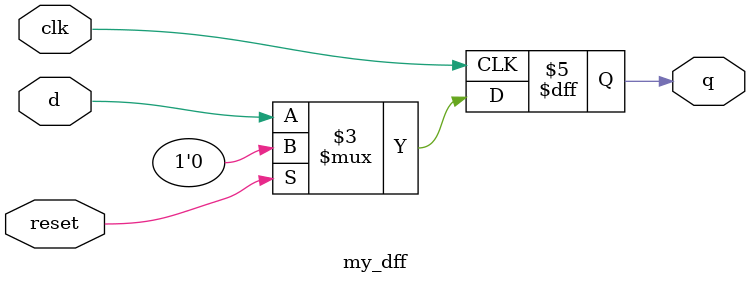
<source format=v>
module top_module (
  input clk,
  input reset, // Synchronous active-high reset
  input [7:0] d, // 8-bit input for the shift registers
  input select, // Select input to choose between the original and modified input value
  output reg [3:0] q // 4-bit output from the XOR operation module
);

  // Shift and OR operation module
  reg [7:0] shifted_value;
  always @ (posedge clk) begin
    if (reset) begin
      shifted_value <= 0;
    end else begin
      shifted_value <= {d[1:0], 4'b0} | 4'b1100;
    end
  end

  // 2-to-1 MUX module
  reg [7:0] mux_output;
  always @ (*) begin
    if (select) begin
      mux_output = shifted_value;
    end else begin
      mux_output = d;
    end
  end

  // Shift register module
  wire [3:0] shift_reg1_out;
  wire [3:0] shift_reg2_out;
  my_dff dff1 (.clk(clk), .reset(reset), .d(mux_output[3]), .q(shift_reg1_out[0]));
  my_dff dff2 (.clk(clk), .reset(reset), .d(mux_output[2]), .q(shift_reg1_out[1]));
  my_dff dff3 (.clk(clk), .reset(reset), .d(mux_output[1]), .q(shift_reg1_out[2]));
  my_dff dff4 (.clk(clk), .reset(reset), .d(mux_output[0]), .q(shift_reg1_out[3]));
  my_dff dff5 (.clk(clk), .reset(reset), .d(mux_output[7]), .q(shift_reg2_out[0]));
  my_dff dff6 (.clk(clk), .reset(reset), .d(mux_output[6]), .q(shift_reg2_out[1]));
  my_dff dff7 (.clk(clk), .reset(reset), .d(mux_output[5]), .q(shift_reg2_out[2]));
  my_dff dff8 (.clk(clk), .reset(reset), .d(mux_output[4]), .q(shift_reg2_out[3]));

  // XOR operation module
  always @ (*) begin
    q = shift_reg1_out ^ shift_reg2_out;
  end

endmodule

module my_dff (
  input clk,
  input reset,
  input d,
  output reg q
);
  always @ (posedge clk) begin
    if (reset) begin
      q <= 0;
    end else begin
      q <= d;
    end
  end
endmodule
</source>
